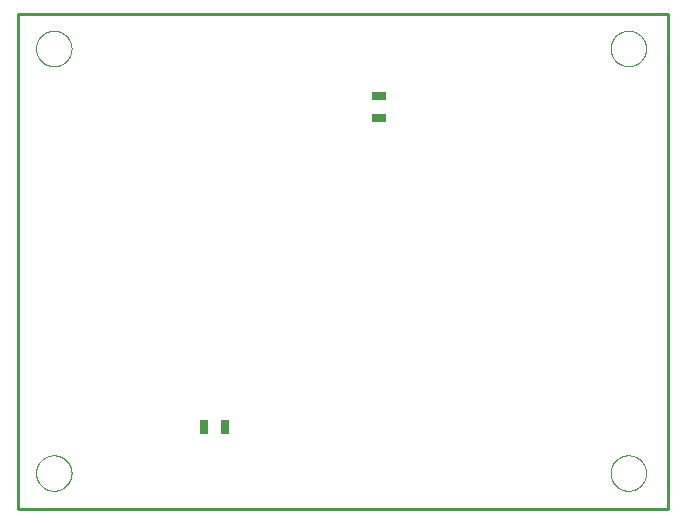
<source format=gtp>
G75*
%MOIN*%
%OFA0B0*%
%FSLAX25Y25*%
%IPPOS*%
%LPD*%
%AMOC8*
5,1,8,0,0,1.08239X$1,22.5*
%
%ADD10C,0.01000*%
%ADD11C,0.00000*%
%ADD12R,0.04724X0.03150*%
%ADD13R,0.03150X0.04724*%
D10*
X0019800Y0016300D02*
X0019800Y0181261D01*
X0236501Y0181261D01*
X0236501Y0016300D01*
X0019800Y0016300D01*
D11*
X0025894Y0028300D02*
X0025896Y0028453D01*
X0025902Y0028607D01*
X0025912Y0028760D01*
X0025926Y0028912D01*
X0025944Y0029065D01*
X0025966Y0029216D01*
X0025991Y0029367D01*
X0026021Y0029518D01*
X0026055Y0029668D01*
X0026092Y0029816D01*
X0026133Y0029964D01*
X0026178Y0030110D01*
X0026227Y0030256D01*
X0026280Y0030400D01*
X0026336Y0030542D01*
X0026396Y0030683D01*
X0026460Y0030823D01*
X0026527Y0030961D01*
X0026598Y0031097D01*
X0026673Y0031231D01*
X0026750Y0031363D01*
X0026832Y0031493D01*
X0026916Y0031621D01*
X0027004Y0031747D01*
X0027095Y0031870D01*
X0027189Y0031991D01*
X0027287Y0032109D01*
X0027387Y0032225D01*
X0027491Y0032338D01*
X0027597Y0032449D01*
X0027706Y0032557D01*
X0027818Y0032662D01*
X0027932Y0032763D01*
X0028050Y0032862D01*
X0028169Y0032958D01*
X0028291Y0033051D01*
X0028416Y0033140D01*
X0028543Y0033227D01*
X0028672Y0033309D01*
X0028803Y0033389D01*
X0028936Y0033465D01*
X0029071Y0033538D01*
X0029208Y0033607D01*
X0029347Y0033672D01*
X0029487Y0033734D01*
X0029629Y0033792D01*
X0029772Y0033847D01*
X0029917Y0033898D01*
X0030063Y0033945D01*
X0030210Y0033988D01*
X0030358Y0034027D01*
X0030507Y0034063D01*
X0030657Y0034094D01*
X0030808Y0034122D01*
X0030959Y0034146D01*
X0031112Y0034166D01*
X0031264Y0034182D01*
X0031417Y0034194D01*
X0031570Y0034202D01*
X0031723Y0034206D01*
X0031877Y0034206D01*
X0032030Y0034202D01*
X0032183Y0034194D01*
X0032336Y0034182D01*
X0032488Y0034166D01*
X0032641Y0034146D01*
X0032792Y0034122D01*
X0032943Y0034094D01*
X0033093Y0034063D01*
X0033242Y0034027D01*
X0033390Y0033988D01*
X0033537Y0033945D01*
X0033683Y0033898D01*
X0033828Y0033847D01*
X0033971Y0033792D01*
X0034113Y0033734D01*
X0034253Y0033672D01*
X0034392Y0033607D01*
X0034529Y0033538D01*
X0034664Y0033465D01*
X0034797Y0033389D01*
X0034928Y0033309D01*
X0035057Y0033227D01*
X0035184Y0033140D01*
X0035309Y0033051D01*
X0035431Y0032958D01*
X0035550Y0032862D01*
X0035668Y0032763D01*
X0035782Y0032662D01*
X0035894Y0032557D01*
X0036003Y0032449D01*
X0036109Y0032338D01*
X0036213Y0032225D01*
X0036313Y0032109D01*
X0036411Y0031991D01*
X0036505Y0031870D01*
X0036596Y0031747D01*
X0036684Y0031621D01*
X0036768Y0031493D01*
X0036850Y0031363D01*
X0036927Y0031231D01*
X0037002Y0031097D01*
X0037073Y0030961D01*
X0037140Y0030823D01*
X0037204Y0030683D01*
X0037264Y0030542D01*
X0037320Y0030400D01*
X0037373Y0030256D01*
X0037422Y0030110D01*
X0037467Y0029964D01*
X0037508Y0029816D01*
X0037545Y0029668D01*
X0037579Y0029518D01*
X0037609Y0029367D01*
X0037634Y0029216D01*
X0037656Y0029065D01*
X0037674Y0028912D01*
X0037688Y0028760D01*
X0037698Y0028607D01*
X0037704Y0028453D01*
X0037706Y0028300D01*
X0037704Y0028147D01*
X0037698Y0027993D01*
X0037688Y0027840D01*
X0037674Y0027688D01*
X0037656Y0027535D01*
X0037634Y0027384D01*
X0037609Y0027233D01*
X0037579Y0027082D01*
X0037545Y0026932D01*
X0037508Y0026784D01*
X0037467Y0026636D01*
X0037422Y0026490D01*
X0037373Y0026344D01*
X0037320Y0026200D01*
X0037264Y0026058D01*
X0037204Y0025917D01*
X0037140Y0025777D01*
X0037073Y0025639D01*
X0037002Y0025503D01*
X0036927Y0025369D01*
X0036850Y0025237D01*
X0036768Y0025107D01*
X0036684Y0024979D01*
X0036596Y0024853D01*
X0036505Y0024730D01*
X0036411Y0024609D01*
X0036313Y0024491D01*
X0036213Y0024375D01*
X0036109Y0024262D01*
X0036003Y0024151D01*
X0035894Y0024043D01*
X0035782Y0023938D01*
X0035668Y0023837D01*
X0035550Y0023738D01*
X0035431Y0023642D01*
X0035309Y0023549D01*
X0035184Y0023460D01*
X0035057Y0023373D01*
X0034928Y0023291D01*
X0034797Y0023211D01*
X0034664Y0023135D01*
X0034529Y0023062D01*
X0034392Y0022993D01*
X0034253Y0022928D01*
X0034113Y0022866D01*
X0033971Y0022808D01*
X0033828Y0022753D01*
X0033683Y0022702D01*
X0033537Y0022655D01*
X0033390Y0022612D01*
X0033242Y0022573D01*
X0033093Y0022537D01*
X0032943Y0022506D01*
X0032792Y0022478D01*
X0032641Y0022454D01*
X0032488Y0022434D01*
X0032336Y0022418D01*
X0032183Y0022406D01*
X0032030Y0022398D01*
X0031877Y0022394D01*
X0031723Y0022394D01*
X0031570Y0022398D01*
X0031417Y0022406D01*
X0031264Y0022418D01*
X0031112Y0022434D01*
X0030959Y0022454D01*
X0030808Y0022478D01*
X0030657Y0022506D01*
X0030507Y0022537D01*
X0030358Y0022573D01*
X0030210Y0022612D01*
X0030063Y0022655D01*
X0029917Y0022702D01*
X0029772Y0022753D01*
X0029629Y0022808D01*
X0029487Y0022866D01*
X0029347Y0022928D01*
X0029208Y0022993D01*
X0029071Y0023062D01*
X0028936Y0023135D01*
X0028803Y0023211D01*
X0028672Y0023291D01*
X0028543Y0023373D01*
X0028416Y0023460D01*
X0028291Y0023549D01*
X0028169Y0023642D01*
X0028050Y0023738D01*
X0027932Y0023837D01*
X0027818Y0023938D01*
X0027706Y0024043D01*
X0027597Y0024151D01*
X0027491Y0024262D01*
X0027387Y0024375D01*
X0027287Y0024491D01*
X0027189Y0024609D01*
X0027095Y0024730D01*
X0027004Y0024853D01*
X0026916Y0024979D01*
X0026832Y0025107D01*
X0026750Y0025237D01*
X0026673Y0025369D01*
X0026598Y0025503D01*
X0026527Y0025639D01*
X0026460Y0025777D01*
X0026396Y0025917D01*
X0026336Y0026058D01*
X0026280Y0026200D01*
X0026227Y0026344D01*
X0026178Y0026490D01*
X0026133Y0026636D01*
X0026092Y0026784D01*
X0026055Y0026932D01*
X0026021Y0027082D01*
X0025991Y0027233D01*
X0025966Y0027384D01*
X0025944Y0027535D01*
X0025926Y0027688D01*
X0025912Y0027840D01*
X0025902Y0027993D01*
X0025896Y0028147D01*
X0025894Y0028300D01*
X0025894Y0169800D02*
X0025896Y0169953D01*
X0025902Y0170107D01*
X0025912Y0170260D01*
X0025926Y0170412D01*
X0025944Y0170565D01*
X0025966Y0170716D01*
X0025991Y0170867D01*
X0026021Y0171018D01*
X0026055Y0171168D01*
X0026092Y0171316D01*
X0026133Y0171464D01*
X0026178Y0171610D01*
X0026227Y0171756D01*
X0026280Y0171900D01*
X0026336Y0172042D01*
X0026396Y0172183D01*
X0026460Y0172323D01*
X0026527Y0172461D01*
X0026598Y0172597D01*
X0026673Y0172731D01*
X0026750Y0172863D01*
X0026832Y0172993D01*
X0026916Y0173121D01*
X0027004Y0173247D01*
X0027095Y0173370D01*
X0027189Y0173491D01*
X0027287Y0173609D01*
X0027387Y0173725D01*
X0027491Y0173838D01*
X0027597Y0173949D01*
X0027706Y0174057D01*
X0027818Y0174162D01*
X0027932Y0174263D01*
X0028050Y0174362D01*
X0028169Y0174458D01*
X0028291Y0174551D01*
X0028416Y0174640D01*
X0028543Y0174727D01*
X0028672Y0174809D01*
X0028803Y0174889D01*
X0028936Y0174965D01*
X0029071Y0175038D01*
X0029208Y0175107D01*
X0029347Y0175172D01*
X0029487Y0175234D01*
X0029629Y0175292D01*
X0029772Y0175347D01*
X0029917Y0175398D01*
X0030063Y0175445D01*
X0030210Y0175488D01*
X0030358Y0175527D01*
X0030507Y0175563D01*
X0030657Y0175594D01*
X0030808Y0175622D01*
X0030959Y0175646D01*
X0031112Y0175666D01*
X0031264Y0175682D01*
X0031417Y0175694D01*
X0031570Y0175702D01*
X0031723Y0175706D01*
X0031877Y0175706D01*
X0032030Y0175702D01*
X0032183Y0175694D01*
X0032336Y0175682D01*
X0032488Y0175666D01*
X0032641Y0175646D01*
X0032792Y0175622D01*
X0032943Y0175594D01*
X0033093Y0175563D01*
X0033242Y0175527D01*
X0033390Y0175488D01*
X0033537Y0175445D01*
X0033683Y0175398D01*
X0033828Y0175347D01*
X0033971Y0175292D01*
X0034113Y0175234D01*
X0034253Y0175172D01*
X0034392Y0175107D01*
X0034529Y0175038D01*
X0034664Y0174965D01*
X0034797Y0174889D01*
X0034928Y0174809D01*
X0035057Y0174727D01*
X0035184Y0174640D01*
X0035309Y0174551D01*
X0035431Y0174458D01*
X0035550Y0174362D01*
X0035668Y0174263D01*
X0035782Y0174162D01*
X0035894Y0174057D01*
X0036003Y0173949D01*
X0036109Y0173838D01*
X0036213Y0173725D01*
X0036313Y0173609D01*
X0036411Y0173491D01*
X0036505Y0173370D01*
X0036596Y0173247D01*
X0036684Y0173121D01*
X0036768Y0172993D01*
X0036850Y0172863D01*
X0036927Y0172731D01*
X0037002Y0172597D01*
X0037073Y0172461D01*
X0037140Y0172323D01*
X0037204Y0172183D01*
X0037264Y0172042D01*
X0037320Y0171900D01*
X0037373Y0171756D01*
X0037422Y0171610D01*
X0037467Y0171464D01*
X0037508Y0171316D01*
X0037545Y0171168D01*
X0037579Y0171018D01*
X0037609Y0170867D01*
X0037634Y0170716D01*
X0037656Y0170565D01*
X0037674Y0170412D01*
X0037688Y0170260D01*
X0037698Y0170107D01*
X0037704Y0169953D01*
X0037706Y0169800D01*
X0037704Y0169647D01*
X0037698Y0169493D01*
X0037688Y0169340D01*
X0037674Y0169188D01*
X0037656Y0169035D01*
X0037634Y0168884D01*
X0037609Y0168733D01*
X0037579Y0168582D01*
X0037545Y0168432D01*
X0037508Y0168284D01*
X0037467Y0168136D01*
X0037422Y0167990D01*
X0037373Y0167844D01*
X0037320Y0167700D01*
X0037264Y0167558D01*
X0037204Y0167417D01*
X0037140Y0167277D01*
X0037073Y0167139D01*
X0037002Y0167003D01*
X0036927Y0166869D01*
X0036850Y0166737D01*
X0036768Y0166607D01*
X0036684Y0166479D01*
X0036596Y0166353D01*
X0036505Y0166230D01*
X0036411Y0166109D01*
X0036313Y0165991D01*
X0036213Y0165875D01*
X0036109Y0165762D01*
X0036003Y0165651D01*
X0035894Y0165543D01*
X0035782Y0165438D01*
X0035668Y0165337D01*
X0035550Y0165238D01*
X0035431Y0165142D01*
X0035309Y0165049D01*
X0035184Y0164960D01*
X0035057Y0164873D01*
X0034928Y0164791D01*
X0034797Y0164711D01*
X0034664Y0164635D01*
X0034529Y0164562D01*
X0034392Y0164493D01*
X0034253Y0164428D01*
X0034113Y0164366D01*
X0033971Y0164308D01*
X0033828Y0164253D01*
X0033683Y0164202D01*
X0033537Y0164155D01*
X0033390Y0164112D01*
X0033242Y0164073D01*
X0033093Y0164037D01*
X0032943Y0164006D01*
X0032792Y0163978D01*
X0032641Y0163954D01*
X0032488Y0163934D01*
X0032336Y0163918D01*
X0032183Y0163906D01*
X0032030Y0163898D01*
X0031877Y0163894D01*
X0031723Y0163894D01*
X0031570Y0163898D01*
X0031417Y0163906D01*
X0031264Y0163918D01*
X0031112Y0163934D01*
X0030959Y0163954D01*
X0030808Y0163978D01*
X0030657Y0164006D01*
X0030507Y0164037D01*
X0030358Y0164073D01*
X0030210Y0164112D01*
X0030063Y0164155D01*
X0029917Y0164202D01*
X0029772Y0164253D01*
X0029629Y0164308D01*
X0029487Y0164366D01*
X0029347Y0164428D01*
X0029208Y0164493D01*
X0029071Y0164562D01*
X0028936Y0164635D01*
X0028803Y0164711D01*
X0028672Y0164791D01*
X0028543Y0164873D01*
X0028416Y0164960D01*
X0028291Y0165049D01*
X0028169Y0165142D01*
X0028050Y0165238D01*
X0027932Y0165337D01*
X0027818Y0165438D01*
X0027706Y0165543D01*
X0027597Y0165651D01*
X0027491Y0165762D01*
X0027387Y0165875D01*
X0027287Y0165991D01*
X0027189Y0166109D01*
X0027095Y0166230D01*
X0027004Y0166353D01*
X0026916Y0166479D01*
X0026832Y0166607D01*
X0026750Y0166737D01*
X0026673Y0166869D01*
X0026598Y0167003D01*
X0026527Y0167139D01*
X0026460Y0167277D01*
X0026396Y0167417D01*
X0026336Y0167558D01*
X0026280Y0167700D01*
X0026227Y0167844D01*
X0026178Y0167990D01*
X0026133Y0168136D01*
X0026092Y0168284D01*
X0026055Y0168432D01*
X0026021Y0168582D01*
X0025991Y0168733D01*
X0025966Y0168884D01*
X0025944Y0169035D01*
X0025926Y0169188D01*
X0025912Y0169340D01*
X0025902Y0169493D01*
X0025896Y0169647D01*
X0025894Y0169800D01*
X0217394Y0169800D02*
X0217396Y0169953D01*
X0217402Y0170107D01*
X0217412Y0170260D01*
X0217426Y0170412D01*
X0217444Y0170565D01*
X0217466Y0170716D01*
X0217491Y0170867D01*
X0217521Y0171018D01*
X0217555Y0171168D01*
X0217592Y0171316D01*
X0217633Y0171464D01*
X0217678Y0171610D01*
X0217727Y0171756D01*
X0217780Y0171900D01*
X0217836Y0172042D01*
X0217896Y0172183D01*
X0217960Y0172323D01*
X0218027Y0172461D01*
X0218098Y0172597D01*
X0218173Y0172731D01*
X0218250Y0172863D01*
X0218332Y0172993D01*
X0218416Y0173121D01*
X0218504Y0173247D01*
X0218595Y0173370D01*
X0218689Y0173491D01*
X0218787Y0173609D01*
X0218887Y0173725D01*
X0218991Y0173838D01*
X0219097Y0173949D01*
X0219206Y0174057D01*
X0219318Y0174162D01*
X0219432Y0174263D01*
X0219550Y0174362D01*
X0219669Y0174458D01*
X0219791Y0174551D01*
X0219916Y0174640D01*
X0220043Y0174727D01*
X0220172Y0174809D01*
X0220303Y0174889D01*
X0220436Y0174965D01*
X0220571Y0175038D01*
X0220708Y0175107D01*
X0220847Y0175172D01*
X0220987Y0175234D01*
X0221129Y0175292D01*
X0221272Y0175347D01*
X0221417Y0175398D01*
X0221563Y0175445D01*
X0221710Y0175488D01*
X0221858Y0175527D01*
X0222007Y0175563D01*
X0222157Y0175594D01*
X0222308Y0175622D01*
X0222459Y0175646D01*
X0222612Y0175666D01*
X0222764Y0175682D01*
X0222917Y0175694D01*
X0223070Y0175702D01*
X0223223Y0175706D01*
X0223377Y0175706D01*
X0223530Y0175702D01*
X0223683Y0175694D01*
X0223836Y0175682D01*
X0223988Y0175666D01*
X0224141Y0175646D01*
X0224292Y0175622D01*
X0224443Y0175594D01*
X0224593Y0175563D01*
X0224742Y0175527D01*
X0224890Y0175488D01*
X0225037Y0175445D01*
X0225183Y0175398D01*
X0225328Y0175347D01*
X0225471Y0175292D01*
X0225613Y0175234D01*
X0225753Y0175172D01*
X0225892Y0175107D01*
X0226029Y0175038D01*
X0226164Y0174965D01*
X0226297Y0174889D01*
X0226428Y0174809D01*
X0226557Y0174727D01*
X0226684Y0174640D01*
X0226809Y0174551D01*
X0226931Y0174458D01*
X0227050Y0174362D01*
X0227168Y0174263D01*
X0227282Y0174162D01*
X0227394Y0174057D01*
X0227503Y0173949D01*
X0227609Y0173838D01*
X0227713Y0173725D01*
X0227813Y0173609D01*
X0227911Y0173491D01*
X0228005Y0173370D01*
X0228096Y0173247D01*
X0228184Y0173121D01*
X0228268Y0172993D01*
X0228350Y0172863D01*
X0228427Y0172731D01*
X0228502Y0172597D01*
X0228573Y0172461D01*
X0228640Y0172323D01*
X0228704Y0172183D01*
X0228764Y0172042D01*
X0228820Y0171900D01*
X0228873Y0171756D01*
X0228922Y0171610D01*
X0228967Y0171464D01*
X0229008Y0171316D01*
X0229045Y0171168D01*
X0229079Y0171018D01*
X0229109Y0170867D01*
X0229134Y0170716D01*
X0229156Y0170565D01*
X0229174Y0170412D01*
X0229188Y0170260D01*
X0229198Y0170107D01*
X0229204Y0169953D01*
X0229206Y0169800D01*
X0229204Y0169647D01*
X0229198Y0169493D01*
X0229188Y0169340D01*
X0229174Y0169188D01*
X0229156Y0169035D01*
X0229134Y0168884D01*
X0229109Y0168733D01*
X0229079Y0168582D01*
X0229045Y0168432D01*
X0229008Y0168284D01*
X0228967Y0168136D01*
X0228922Y0167990D01*
X0228873Y0167844D01*
X0228820Y0167700D01*
X0228764Y0167558D01*
X0228704Y0167417D01*
X0228640Y0167277D01*
X0228573Y0167139D01*
X0228502Y0167003D01*
X0228427Y0166869D01*
X0228350Y0166737D01*
X0228268Y0166607D01*
X0228184Y0166479D01*
X0228096Y0166353D01*
X0228005Y0166230D01*
X0227911Y0166109D01*
X0227813Y0165991D01*
X0227713Y0165875D01*
X0227609Y0165762D01*
X0227503Y0165651D01*
X0227394Y0165543D01*
X0227282Y0165438D01*
X0227168Y0165337D01*
X0227050Y0165238D01*
X0226931Y0165142D01*
X0226809Y0165049D01*
X0226684Y0164960D01*
X0226557Y0164873D01*
X0226428Y0164791D01*
X0226297Y0164711D01*
X0226164Y0164635D01*
X0226029Y0164562D01*
X0225892Y0164493D01*
X0225753Y0164428D01*
X0225613Y0164366D01*
X0225471Y0164308D01*
X0225328Y0164253D01*
X0225183Y0164202D01*
X0225037Y0164155D01*
X0224890Y0164112D01*
X0224742Y0164073D01*
X0224593Y0164037D01*
X0224443Y0164006D01*
X0224292Y0163978D01*
X0224141Y0163954D01*
X0223988Y0163934D01*
X0223836Y0163918D01*
X0223683Y0163906D01*
X0223530Y0163898D01*
X0223377Y0163894D01*
X0223223Y0163894D01*
X0223070Y0163898D01*
X0222917Y0163906D01*
X0222764Y0163918D01*
X0222612Y0163934D01*
X0222459Y0163954D01*
X0222308Y0163978D01*
X0222157Y0164006D01*
X0222007Y0164037D01*
X0221858Y0164073D01*
X0221710Y0164112D01*
X0221563Y0164155D01*
X0221417Y0164202D01*
X0221272Y0164253D01*
X0221129Y0164308D01*
X0220987Y0164366D01*
X0220847Y0164428D01*
X0220708Y0164493D01*
X0220571Y0164562D01*
X0220436Y0164635D01*
X0220303Y0164711D01*
X0220172Y0164791D01*
X0220043Y0164873D01*
X0219916Y0164960D01*
X0219791Y0165049D01*
X0219669Y0165142D01*
X0219550Y0165238D01*
X0219432Y0165337D01*
X0219318Y0165438D01*
X0219206Y0165543D01*
X0219097Y0165651D01*
X0218991Y0165762D01*
X0218887Y0165875D01*
X0218787Y0165991D01*
X0218689Y0166109D01*
X0218595Y0166230D01*
X0218504Y0166353D01*
X0218416Y0166479D01*
X0218332Y0166607D01*
X0218250Y0166737D01*
X0218173Y0166869D01*
X0218098Y0167003D01*
X0218027Y0167139D01*
X0217960Y0167277D01*
X0217896Y0167417D01*
X0217836Y0167558D01*
X0217780Y0167700D01*
X0217727Y0167844D01*
X0217678Y0167990D01*
X0217633Y0168136D01*
X0217592Y0168284D01*
X0217555Y0168432D01*
X0217521Y0168582D01*
X0217491Y0168733D01*
X0217466Y0168884D01*
X0217444Y0169035D01*
X0217426Y0169188D01*
X0217412Y0169340D01*
X0217402Y0169493D01*
X0217396Y0169647D01*
X0217394Y0169800D01*
X0217394Y0028300D02*
X0217396Y0028453D01*
X0217402Y0028607D01*
X0217412Y0028760D01*
X0217426Y0028912D01*
X0217444Y0029065D01*
X0217466Y0029216D01*
X0217491Y0029367D01*
X0217521Y0029518D01*
X0217555Y0029668D01*
X0217592Y0029816D01*
X0217633Y0029964D01*
X0217678Y0030110D01*
X0217727Y0030256D01*
X0217780Y0030400D01*
X0217836Y0030542D01*
X0217896Y0030683D01*
X0217960Y0030823D01*
X0218027Y0030961D01*
X0218098Y0031097D01*
X0218173Y0031231D01*
X0218250Y0031363D01*
X0218332Y0031493D01*
X0218416Y0031621D01*
X0218504Y0031747D01*
X0218595Y0031870D01*
X0218689Y0031991D01*
X0218787Y0032109D01*
X0218887Y0032225D01*
X0218991Y0032338D01*
X0219097Y0032449D01*
X0219206Y0032557D01*
X0219318Y0032662D01*
X0219432Y0032763D01*
X0219550Y0032862D01*
X0219669Y0032958D01*
X0219791Y0033051D01*
X0219916Y0033140D01*
X0220043Y0033227D01*
X0220172Y0033309D01*
X0220303Y0033389D01*
X0220436Y0033465D01*
X0220571Y0033538D01*
X0220708Y0033607D01*
X0220847Y0033672D01*
X0220987Y0033734D01*
X0221129Y0033792D01*
X0221272Y0033847D01*
X0221417Y0033898D01*
X0221563Y0033945D01*
X0221710Y0033988D01*
X0221858Y0034027D01*
X0222007Y0034063D01*
X0222157Y0034094D01*
X0222308Y0034122D01*
X0222459Y0034146D01*
X0222612Y0034166D01*
X0222764Y0034182D01*
X0222917Y0034194D01*
X0223070Y0034202D01*
X0223223Y0034206D01*
X0223377Y0034206D01*
X0223530Y0034202D01*
X0223683Y0034194D01*
X0223836Y0034182D01*
X0223988Y0034166D01*
X0224141Y0034146D01*
X0224292Y0034122D01*
X0224443Y0034094D01*
X0224593Y0034063D01*
X0224742Y0034027D01*
X0224890Y0033988D01*
X0225037Y0033945D01*
X0225183Y0033898D01*
X0225328Y0033847D01*
X0225471Y0033792D01*
X0225613Y0033734D01*
X0225753Y0033672D01*
X0225892Y0033607D01*
X0226029Y0033538D01*
X0226164Y0033465D01*
X0226297Y0033389D01*
X0226428Y0033309D01*
X0226557Y0033227D01*
X0226684Y0033140D01*
X0226809Y0033051D01*
X0226931Y0032958D01*
X0227050Y0032862D01*
X0227168Y0032763D01*
X0227282Y0032662D01*
X0227394Y0032557D01*
X0227503Y0032449D01*
X0227609Y0032338D01*
X0227713Y0032225D01*
X0227813Y0032109D01*
X0227911Y0031991D01*
X0228005Y0031870D01*
X0228096Y0031747D01*
X0228184Y0031621D01*
X0228268Y0031493D01*
X0228350Y0031363D01*
X0228427Y0031231D01*
X0228502Y0031097D01*
X0228573Y0030961D01*
X0228640Y0030823D01*
X0228704Y0030683D01*
X0228764Y0030542D01*
X0228820Y0030400D01*
X0228873Y0030256D01*
X0228922Y0030110D01*
X0228967Y0029964D01*
X0229008Y0029816D01*
X0229045Y0029668D01*
X0229079Y0029518D01*
X0229109Y0029367D01*
X0229134Y0029216D01*
X0229156Y0029065D01*
X0229174Y0028912D01*
X0229188Y0028760D01*
X0229198Y0028607D01*
X0229204Y0028453D01*
X0229206Y0028300D01*
X0229204Y0028147D01*
X0229198Y0027993D01*
X0229188Y0027840D01*
X0229174Y0027688D01*
X0229156Y0027535D01*
X0229134Y0027384D01*
X0229109Y0027233D01*
X0229079Y0027082D01*
X0229045Y0026932D01*
X0229008Y0026784D01*
X0228967Y0026636D01*
X0228922Y0026490D01*
X0228873Y0026344D01*
X0228820Y0026200D01*
X0228764Y0026058D01*
X0228704Y0025917D01*
X0228640Y0025777D01*
X0228573Y0025639D01*
X0228502Y0025503D01*
X0228427Y0025369D01*
X0228350Y0025237D01*
X0228268Y0025107D01*
X0228184Y0024979D01*
X0228096Y0024853D01*
X0228005Y0024730D01*
X0227911Y0024609D01*
X0227813Y0024491D01*
X0227713Y0024375D01*
X0227609Y0024262D01*
X0227503Y0024151D01*
X0227394Y0024043D01*
X0227282Y0023938D01*
X0227168Y0023837D01*
X0227050Y0023738D01*
X0226931Y0023642D01*
X0226809Y0023549D01*
X0226684Y0023460D01*
X0226557Y0023373D01*
X0226428Y0023291D01*
X0226297Y0023211D01*
X0226164Y0023135D01*
X0226029Y0023062D01*
X0225892Y0022993D01*
X0225753Y0022928D01*
X0225613Y0022866D01*
X0225471Y0022808D01*
X0225328Y0022753D01*
X0225183Y0022702D01*
X0225037Y0022655D01*
X0224890Y0022612D01*
X0224742Y0022573D01*
X0224593Y0022537D01*
X0224443Y0022506D01*
X0224292Y0022478D01*
X0224141Y0022454D01*
X0223988Y0022434D01*
X0223836Y0022418D01*
X0223683Y0022406D01*
X0223530Y0022398D01*
X0223377Y0022394D01*
X0223223Y0022394D01*
X0223070Y0022398D01*
X0222917Y0022406D01*
X0222764Y0022418D01*
X0222612Y0022434D01*
X0222459Y0022454D01*
X0222308Y0022478D01*
X0222157Y0022506D01*
X0222007Y0022537D01*
X0221858Y0022573D01*
X0221710Y0022612D01*
X0221563Y0022655D01*
X0221417Y0022702D01*
X0221272Y0022753D01*
X0221129Y0022808D01*
X0220987Y0022866D01*
X0220847Y0022928D01*
X0220708Y0022993D01*
X0220571Y0023062D01*
X0220436Y0023135D01*
X0220303Y0023211D01*
X0220172Y0023291D01*
X0220043Y0023373D01*
X0219916Y0023460D01*
X0219791Y0023549D01*
X0219669Y0023642D01*
X0219550Y0023738D01*
X0219432Y0023837D01*
X0219318Y0023938D01*
X0219206Y0024043D01*
X0219097Y0024151D01*
X0218991Y0024262D01*
X0218887Y0024375D01*
X0218787Y0024491D01*
X0218689Y0024609D01*
X0218595Y0024730D01*
X0218504Y0024853D01*
X0218416Y0024979D01*
X0218332Y0025107D01*
X0218250Y0025237D01*
X0218173Y0025369D01*
X0218098Y0025503D01*
X0218027Y0025639D01*
X0217960Y0025777D01*
X0217896Y0025917D01*
X0217836Y0026058D01*
X0217780Y0026200D01*
X0217727Y0026344D01*
X0217678Y0026490D01*
X0217633Y0026636D01*
X0217592Y0026784D01*
X0217555Y0026932D01*
X0217521Y0027082D01*
X0217491Y0027233D01*
X0217466Y0027384D01*
X0217444Y0027535D01*
X0217426Y0027688D01*
X0217412Y0027840D01*
X0217402Y0027993D01*
X0217396Y0028147D01*
X0217394Y0028300D01*
D12*
X0140300Y0146757D03*
X0140300Y0153843D03*
D13*
X0088843Y0043800D03*
X0081757Y0043800D03*
M02*

</source>
